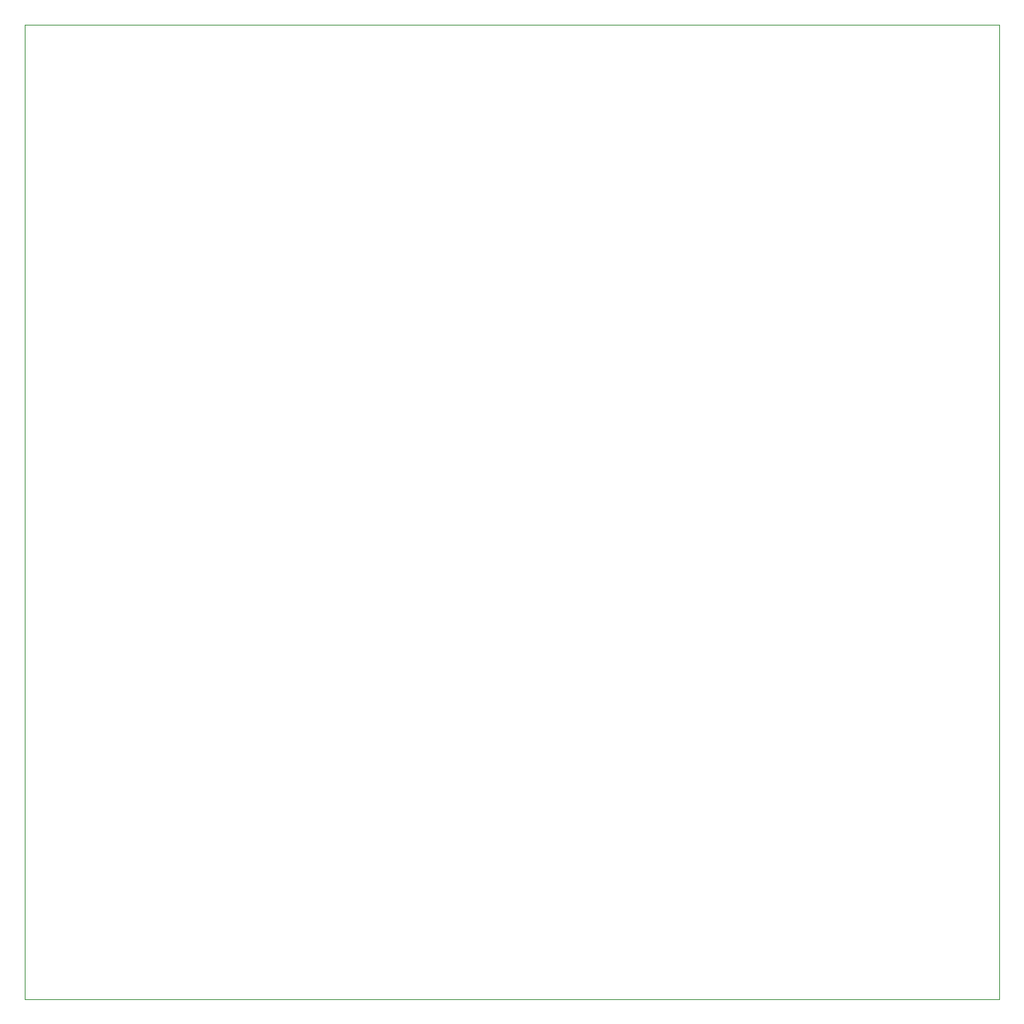
<source format=gbr>
%TF.GenerationSoftware,KiCad,Pcbnew,7.0.2*%
%TF.CreationDate,2023-05-29T20:29:47-07:00*%
%TF.ProjectId,Test6502_project,54657374-3635-4303-925f-70726f6a6563,rev?*%
%TF.SameCoordinates,Original*%
%TF.FileFunction,Profile,NP*%
%FSLAX46Y46*%
G04 Gerber Fmt 4.6, Leading zero omitted, Abs format (unit mm)*
G04 Created by KiCad (PCBNEW 7.0.2) date 2023-05-29 20:29:47*
%MOMM*%
%LPD*%
G01*
G04 APERTURE LIST*
%TA.AperFunction,Profile*%
%ADD10C,0.100000*%
%TD*%
G04 APERTURE END LIST*
D10*
X17500000Y-20000000D02*
X127500000Y-20000000D01*
X127500000Y-130000000D01*
X17500000Y-130000000D01*
X17500000Y-20000000D01*
M02*

</source>
